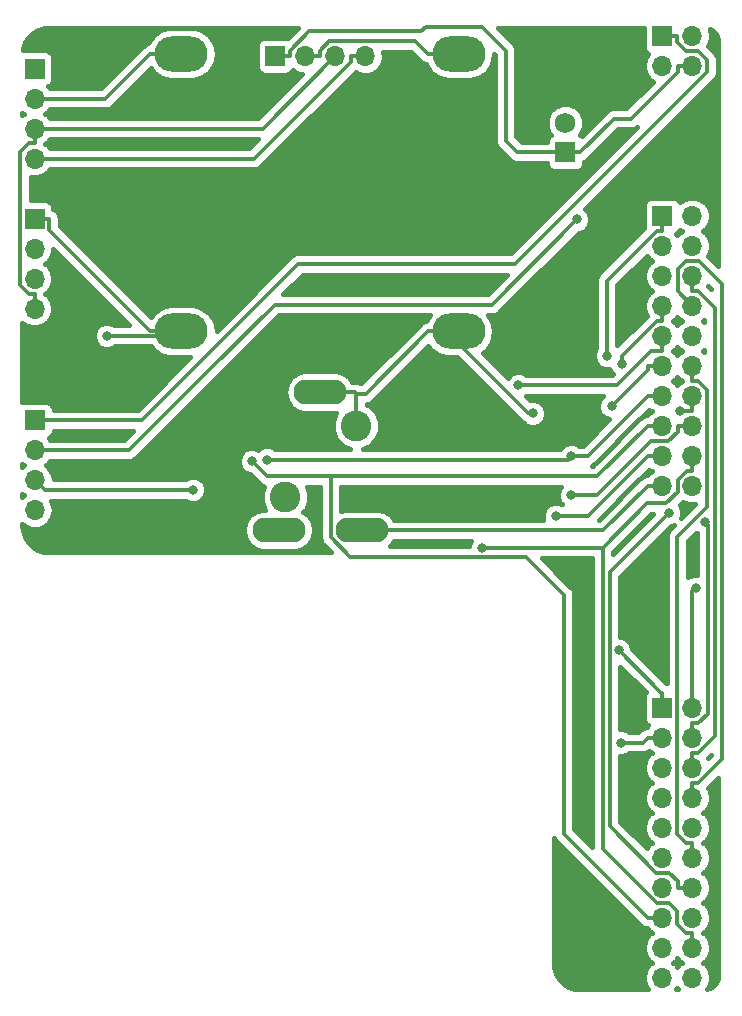
<source format=gbr>
G04 #@! TF.GenerationSoftware,KiCad,Pcbnew,(5.0.0)*
G04 #@! TF.CreationDate,2019-10-02T19:56:35-04:00*
G04 #@! TF.ProjectId,AVR_LCD 2.0,4156525F4C434420322E302E6B696361,rev?*
G04 #@! TF.SameCoordinates,Original*
G04 #@! TF.FileFunction,Copper,L2,Bot,Signal*
G04 #@! TF.FilePolarity,Positive*
%FSLAX46Y46*%
G04 Gerber Fmt 4.6, Leading zero omitted, Abs format (unit mm)*
G04 Created by KiCad (PCBNEW (5.0.0)) date 10/02/19 19:56:35*
%MOMM*%
%LPD*%
G01*
G04 APERTURE LIST*
G04 #@! TA.AperFunction,ComponentPad*
%ADD10O,1.700000X1.700000*%
G04 #@! TD*
G04 #@! TA.AperFunction,ComponentPad*
%ADD11R,1.700000X1.700000*%
G04 #@! TD*
G04 #@! TA.AperFunction,ComponentPad*
%ADD12C,1.750000*%
G04 #@! TD*
G04 #@! TA.AperFunction,ComponentPad*
%ADD13R,1.750000X1.750000*%
G04 #@! TD*
G04 #@! TA.AperFunction,ComponentPad*
%ADD14O,4.500000X3.000000*%
G04 #@! TD*
G04 #@! TA.AperFunction,ComponentPad*
%ADD15C,2.600000*%
G04 #@! TD*
G04 #@! TA.AperFunction,ComponentPad*
%ADD16O,4.500000X2.100000*%
G04 #@! TD*
G04 #@! TA.AperFunction,ViaPad*
%ADD17C,0.800000*%
G04 #@! TD*
G04 #@! TA.AperFunction,Conductor*
%ADD18C,0.380000*%
G04 #@! TD*
G04 #@! TA.AperFunction,NonConductor*
%ADD19C,0.400000*%
G04 #@! TD*
G04 APERTURE END LIST*
D10*
G04 #@! TO.P,BreakOut_EXT1,20*
G04 #@! TO.N,VCC*
X113840000Y-134810000D03*
G04 #@! TO.P,BreakOut_EXT1,19*
G04 #@! TO.N,GND*
X111300000Y-134810000D03*
G04 #@! TO.P,BreakOut_EXT1,18*
G04 #@! TO.N,PB7*
X113840000Y-132270000D03*
G04 #@! TO.P,BreakOut_EXT1,17*
G04 #@! TO.N,PB6*
X111300000Y-132270000D03*
G04 #@! TO.P,BreakOut_EXT1,16*
G04 #@! TO.N,PB5*
X113840000Y-129730000D03*
G04 #@! TO.P,BreakOut_EXT1,15*
G04 #@! TO.N,PB4*
X111300000Y-129730000D03*
G04 #@! TO.P,BreakOut_EXT1,14*
G04 #@! TO.N,Net-(BreakOut_EXT1-Pad14)*
X113840000Y-127190000D03*
G04 #@! TO.P,BreakOut_EXT1,13*
G04 #@! TO.N,PD0*
X111300000Y-127190000D03*
G04 #@! TO.P,BreakOut_EXT1,12*
G04 #@! TO.N,Net-(BreakOut_EXT1-Pad12)*
X113840000Y-124650000D03*
G04 #@! TO.P,BreakOut_EXT1,11*
G04 #@! TO.N,Net-(BreakOut_EXT1-Pad11)*
X111300000Y-124650000D03*
G04 #@! TO.P,BreakOut_EXT1,10*
G04 #@! TO.N,PC0*
X113840000Y-122110000D03*
G04 #@! TO.P,BreakOut_EXT1,9*
G04 #@! TO.N,PC1*
X111300000Y-122110000D03*
G04 #@! TO.P,BreakOut_EXT1,8*
G04 #@! TO.N,Net-(BreakOut_EXT1-Pad8)*
X113840000Y-119570000D03*
G04 #@! TO.P,BreakOut_EXT1,7*
G04 #@! TO.N,Net-(BreakOut_EXT1-Pad7)*
X111300000Y-119570000D03*
G04 #@! TO.P,BreakOut_EXT1,6*
G04 #@! TO.N,Net-(BreakOut_EXT1-Pad6)*
X113840000Y-117030000D03*
G04 #@! TO.P,BreakOut_EXT1,5*
G04 #@! TO.N,Net-(BreakOut_EXT1-Pad5)*
X111300000Y-117030000D03*
G04 #@! TO.P,BreakOut_EXT1,4*
G04 #@! TO.N,Net-(BreakOut_EXT1-Pad4)*
X113840000Y-114490000D03*
G04 #@! TO.P,BreakOut_EXT1,3*
G04 #@! TO.N,Net-(BreakOut_EXT1-Pad3)*
X111300000Y-114490000D03*
G04 #@! TO.P,BreakOut_EXT1,2*
G04 #@! TO.N,Net-(BreakOut_EXT1-Pad2)*
X113840000Y-111950000D03*
D11*
G04 #@! TO.P,BreakOut_EXT1,1*
G04 #@! TO.N,Net-(BreakOut_EXT1-Pad1)*
X111300000Y-111950000D03*
G04 #@! TD*
D10*
G04 #@! TO.P,J1,4*
G04 #@! TO.N,GND*
X58194800Y-95248800D03*
G04 #@! TO.P,J1,3*
G04 #@! TO.N,VCC*
X58194800Y-92708800D03*
G04 #@! TO.P,J1,2*
G04 #@! TO.N,5V*
X58194800Y-90168800D03*
D11*
G04 #@! TO.P,J1,1*
G04 #@! TO.N,5V_IN*
X58194800Y-87628800D03*
G04 #@! TD*
D10*
G04 #@! TO.P,J2,4*
G04 #@! TO.N,PC1*
X58160000Y-65480000D03*
G04 #@! TO.P,J2,3*
G04 #@! TO.N,PC0*
X58160000Y-62940000D03*
G04 #@! TO.P,J2,2*
G04 #@! TO.N,GND*
X58160000Y-60400000D03*
D11*
G04 #@! TO.P,J2,1*
G04 #@! TO.N,VCC*
X58160000Y-57860000D03*
G04 #@! TD*
D10*
G04 #@! TO.P,J3,4*
G04 #@! TO.N,VCC*
X113840000Y-57650000D03*
G04 #@! TO.P,J3,3*
G04 #@! TO.N,5V*
X111300000Y-57650000D03*
G04 #@! TO.P,J3,2*
G04 #@! TO.N,GND*
X113840000Y-55110000D03*
D11*
G04 #@! TO.P,J3,1*
G04 #@! TO.N,5V_IN*
X111300000Y-55110000D03*
G04 #@! TD*
G04 #@! TO.P,J4,1*
G04 #@! TO.N,GND*
X58160000Y-70560000D03*
D10*
G04 #@! TO.P,J4,2*
G04 #@! TO.N,VCC*
X58160000Y-73100000D03*
G04 #@! TO.P,J4,3*
G04 #@! TO.N,PC1*
X58160000Y-75640000D03*
G04 #@! TO.P,J4,4*
G04 #@! TO.N,PC0*
X58160000Y-78180000D03*
G04 #@! TD*
D12*
G04 #@! TO.P,J5,2*
G04 #@! TO.N,GND*
X103090000Y-62450000D03*
D13*
G04 #@! TO.P,J5,1*
G04 #@! TO.N,VCC*
X103090000Y-64950000D03*
G04 #@! TD*
D10*
G04 #@! TO.P,U2,4*
G04 #@! TO.N,PC1*
X86160000Y-56800000D03*
G04 #@! TO.P,U2,3*
G04 #@! TO.N,PC0*
X83620000Y-56800000D03*
G04 #@! TO.P,U2,2*
G04 #@! TO.N,GND*
X81080000Y-56800000D03*
D11*
G04 #@! TO.P,U2,1*
G04 #@! TO.N,VCC*
X78540000Y-56800000D03*
D14*
G04 #@! TO.P,U2,5*
G04 #@! TO.N,GND*
X94090000Y-56600000D03*
X70590000Y-56600000D03*
X94090000Y-80100000D03*
X70590000Y-80100000D03*
G04 #@! TD*
D15*
G04 #@! TO.P,U5,7*
G04 #@! TO.N,GND*
X85390000Y-88100000D03*
X79390000Y-94100000D03*
D16*
X82340000Y-85250000D03*
X85890000Y-96950000D03*
X78840000Y-96950000D03*
G04 #@! TD*
D11*
G04 #@! TO.P,X-Plained_EXT1,1*
G04 #@! TO.N,Net-(BreakOut_EXT1-Pad1)*
X111300000Y-70340000D03*
D10*
G04 #@! TO.P,X-Plained_EXT1,2*
G04 #@! TO.N,Net-(BreakOut_EXT1-Pad2)*
X113840000Y-70340000D03*
G04 #@! TO.P,X-Plained_EXT1,3*
G04 #@! TO.N,Net-(BreakOut_EXT1-Pad3)*
X111300000Y-72880000D03*
G04 #@! TO.P,X-Plained_EXT1,4*
G04 #@! TO.N,Net-(BreakOut_EXT1-Pad4)*
X113840000Y-72880000D03*
G04 #@! TO.P,X-Plained_EXT1,5*
G04 #@! TO.N,Net-(BreakOut_EXT1-Pad5)*
X111300000Y-75420000D03*
G04 #@! TO.P,X-Plained_EXT1,6*
G04 #@! TO.N,Net-(BreakOut_EXT1-Pad6)*
X113840000Y-75420000D03*
G04 #@! TO.P,X-Plained_EXT1,7*
G04 #@! TO.N,Net-(BreakOut_EXT1-Pad7)*
X111300000Y-77960000D03*
G04 #@! TO.P,X-Plained_EXT1,8*
G04 #@! TO.N,Net-(BreakOut_EXT1-Pad8)*
X113840000Y-77960000D03*
G04 #@! TO.P,X-Plained_EXT1,9*
G04 #@! TO.N,PC1*
X111300000Y-80500000D03*
G04 #@! TO.P,X-Plained_EXT1,10*
G04 #@! TO.N,PC0*
X113840000Y-80500000D03*
G04 #@! TO.P,X-Plained_EXT1,11*
G04 #@! TO.N,Net-(BreakOut_EXT1-Pad11)*
X111300000Y-83040000D03*
G04 #@! TO.P,X-Plained_EXT1,12*
G04 #@! TO.N,Net-(BreakOut_EXT1-Pad12)*
X113840000Y-83040000D03*
G04 #@! TO.P,X-Plained_EXT1,13*
G04 #@! TO.N,PD0*
X111300000Y-85580000D03*
G04 #@! TO.P,X-Plained_EXT1,14*
G04 #@! TO.N,Net-(BreakOut_EXT1-Pad14)*
X113840000Y-85580000D03*
G04 #@! TO.P,X-Plained_EXT1,15*
G04 #@! TO.N,PB4*
X111300000Y-88120000D03*
G04 #@! TO.P,X-Plained_EXT1,16*
G04 #@! TO.N,PB5*
X113840000Y-88120000D03*
G04 #@! TO.P,X-Plained_EXT1,17*
G04 #@! TO.N,PB6*
X111300000Y-90660000D03*
G04 #@! TO.P,X-Plained_EXT1,18*
G04 #@! TO.N,PB7*
X113840000Y-90660000D03*
G04 #@! TO.P,X-Plained_EXT1,19*
G04 #@! TO.N,GND*
X111300000Y-93200000D03*
G04 #@! TO.P,X-Plained_EXT1,20*
G04 #@! TO.N,VCC*
X113840000Y-93200000D03*
G04 #@! TD*
D17*
G04 #@! TO.N,VCC*
X71571200Y-93521600D03*
G04 #@! TO.N,GND*
X100317000Y-87048500D03*
X64256000Y-80466000D03*
G04 #@! TO.N,PB7*
X96074900Y-98407200D03*
G04 #@! TO.N,PB6*
X102277700Y-95702800D03*
G04 #@! TO.N,PB5*
X103606600Y-93974900D03*
G04 #@! TO.N,PB4*
X76549800Y-91103000D03*
G04 #@! TO.N,Net-(BreakOut_EXT1-Pad14)*
X111891000Y-95447500D03*
X112834000Y-86850000D03*
G04 #@! TO.N,PD0*
X77838100Y-90951400D03*
X103599900Y-90668700D03*
G04 #@! TO.N,Net-(BreakOut_EXT1-Pad11)*
X107002500Y-86443200D03*
G04 #@! TO.N,PC1*
X99115100Y-84679700D03*
G04 #@! TO.N,Net-(BreakOut_EXT1-Pad7)*
X107868500Y-82903400D03*
G04 #@! TO.N,Net-(BreakOut_EXT1-Pad4)*
X114886600Y-96281600D03*
G04 #@! TO.N,Net-(BreakOut_EXT1-Pad3)*
X107788400Y-114909000D03*
G04 #@! TO.N,Net-(BreakOut_EXT1-Pad2)*
X114129900Y-101813900D03*
G04 #@! TO.N,Net-(BreakOut_EXT1-Pad1)*
X107628700Y-107119400D03*
X106606600Y-82150500D03*
G04 #@! TO.N,5V*
X104097500Y-70623700D03*
G04 #@! TD*
D18*
G04 #@! TO.N,VCC*
X113840000Y-57650000D02*
X112599700Y-57650000D01*
X79780300Y-56800000D02*
X79780300Y-56334900D01*
X79780300Y-56334900D02*
X81415800Y-54699400D01*
X112599700Y-57650000D02*
X112599700Y-58115100D01*
X112599700Y-58115100D02*
X108628700Y-62086100D01*
X78540000Y-56800000D02*
X79780300Y-56800000D01*
X59007600Y-93521600D02*
X58194800Y-92708800D01*
X71571200Y-93521600D02*
X59007600Y-93521600D01*
X107208900Y-62086100D02*
X108628700Y-62086100D01*
X104345000Y-64950000D02*
X107208900Y-62086100D01*
X103090000Y-64950000D02*
X104345000Y-64950000D01*
X90911600Y-54699400D02*
X90354500Y-54699400D01*
X96006000Y-54304000D02*
X91307000Y-54304000D01*
X81415800Y-54699400D02*
X90354500Y-54699400D01*
X99017123Y-64950000D02*
X98038000Y-63970877D01*
X91307000Y-54304000D02*
X90911600Y-54699400D01*
X98038000Y-63970877D02*
X98038000Y-56336000D01*
X103090000Y-64950000D02*
X99017123Y-64950000D01*
X98038000Y-56336000D02*
X96006000Y-54304000D01*
G04 #@! TO.N,GND*
X103090000Y-62086100D02*
X103090000Y-62450000D01*
X58160000Y-70560000D02*
X59400300Y-70560000D01*
X70590000Y-80100000D02*
X67949700Y-80100000D01*
X67949700Y-80100000D02*
X59400300Y-71550600D01*
X59400300Y-71550600D02*
X59400300Y-70560000D01*
X93015500Y-80100000D02*
X99964000Y-87048500D01*
X99964000Y-87048500D02*
X100317000Y-87048500D01*
X94090000Y-80100000D02*
X93015500Y-80100000D01*
X92769900Y-80100000D02*
X91449700Y-80100000D01*
X92769900Y-80100000D02*
X93015500Y-80100000D01*
X88530300Y-96950000D02*
X106309700Y-96950000D01*
X106309700Y-96950000D02*
X110059700Y-93200000D01*
X85390000Y-85376200D02*
X86173500Y-85376200D01*
X86173500Y-85376200D02*
X91449700Y-80100000D01*
X84822400Y-85250000D02*
X85263800Y-85250000D01*
X85263800Y-85250000D02*
X85390000Y-85376200D01*
X85390000Y-85376200D02*
X85390000Y-88100000D01*
X82340000Y-85250000D02*
X84822400Y-85250000D01*
X70590000Y-56600000D02*
X67949700Y-56600000D01*
X58160000Y-60400000D02*
X64149700Y-60400000D01*
X64149700Y-60400000D02*
X67949700Y-56600000D01*
X94090000Y-56600000D02*
X91449700Y-56600000D01*
X81080000Y-56800000D02*
X82320300Y-56800000D01*
X82320300Y-56800000D02*
X82320300Y-56334900D01*
X82320300Y-56334900D02*
X83102600Y-55552600D01*
X83102600Y-55552600D02*
X90402300Y-55552600D01*
X90402300Y-55552600D02*
X91449700Y-56600000D01*
X85890000Y-96950000D02*
X88530300Y-96950000D01*
X111300000Y-93200000D02*
X110059700Y-93200000D01*
X70224000Y-80466000D02*
X70590000Y-80100000D01*
X64256000Y-80466000D02*
X70224000Y-80466000D01*
G04 #@! TO.N,PB7*
X106243600Y-98407200D02*
X96074900Y-98407200D01*
X113840000Y-91900300D02*
X113374800Y-91900300D01*
X113374800Y-91900300D02*
X112599700Y-92675400D01*
X112599700Y-92675400D02*
X112599700Y-93679400D01*
X112599700Y-93679400D02*
X111621900Y-94657200D01*
X111621900Y-94657200D02*
X109993600Y-94657200D01*
X109993600Y-94657200D02*
X106243600Y-98407200D01*
X106243600Y-98407200D02*
X106243600Y-123890500D01*
X106243600Y-123890500D02*
X110842700Y-128489600D01*
X110842700Y-128489600D02*
X111890200Y-128489600D01*
X111890200Y-128489600D02*
X112570000Y-129169400D01*
X112570000Y-129169400D02*
X112570000Y-130273700D01*
X112570000Y-130273700D02*
X113326000Y-131029700D01*
X113326000Y-131029700D02*
X113840000Y-131029700D01*
X113840000Y-132270000D02*
X113840000Y-131029700D01*
X113840000Y-90660000D02*
X113840000Y-91900300D01*
G04 #@! TO.N,PB6*
X111300000Y-90660000D02*
X110059700Y-90660000D01*
X110059700Y-90660000D02*
X105016900Y-95702800D01*
X105016900Y-95702800D02*
X102277700Y-95702800D01*
G04 #@! TO.N,PB5*
X113840000Y-88120000D02*
X112599700Y-88120000D01*
X112599700Y-88120000D02*
X112599700Y-88585200D01*
X112599700Y-88585200D02*
X111824600Y-89360300D01*
X111824600Y-89360300D02*
X110379700Y-89360300D01*
X110379700Y-89360300D02*
X105765100Y-93974900D01*
X105765100Y-93974900D02*
X103606600Y-93974900D01*
G04 #@! TO.N,PB4*
X83228600Y-92371400D02*
X77818200Y-92371400D01*
X77818200Y-92371400D02*
X76549800Y-91103000D01*
X110059700Y-88120000D02*
X105808300Y-92371400D01*
X105808300Y-92371400D02*
X83228600Y-92371400D01*
X83228600Y-92371400D02*
X83228600Y-97526800D01*
X83228600Y-97526800D02*
X84901400Y-99199600D01*
X84901400Y-99199600D02*
X99728700Y-99199600D01*
X99728700Y-99199600D02*
X102945400Y-102416300D01*
X102945400Y-102416300D02*
X102945400Y-122615700D01*
X102945400Y-122615700D02*
X110059700Y-129730000D01*
X111300000Y-129730000D02*
X110059700Y-129730000D01*
X111300000Y-88120000D02*
X110059700Y-88120000D01*
G04 #@! TO.N,Net-(BreakOut_EXT1-Pad14)*
X111891000Y-95447500D02*
X106838400Y-100500100D01*
X106838400Y-100500100D02*
X106838400Y-121980000D01*
X106838400Y-121980000D02*
X110778400Y-125920000D01*
X110778400Y-125920000D02*
X111843700Y-125920000D01*
X111843700Y-125920000D02*
X112599700Y-126676000D01*
X112599700Y-126676000D02*
X112599700Y-127190000D01*
X113840000Y-85580000D02*
X113840000Y-86820300D01*
X113840000Y-127190000D02*
X112599700Y-127190000D01*
X113840000Y-86820300D02*
X112863700Y-86820300D01*
X112863700Y-86820300D02*
X112834000Y-86850000D01*
G04 #@! TO.N,PD0*
X103599900Y-90668700D02*
X103317200Y-90951400D01*
X103317200Y-90951400D02*
X77838100Y-90951400D01*
X110059700Y-85580000D02*
X104971000Y-90668700D01*
X104971000Y-90668700D02*
X103599900Y-90668700D01*
X111300000Y-85580000D02*
X110059700Y-85580000D01*
G04 #@! TO.N,Net-(BreakOut_EXT1-Pad12)*
X113840000Y-124650000D02*
X113840000Y-123409700D01*
X113840000Y-83040000D02*
X113840000Y-84280300D01*
X113840000Y-84280300D02*
X114305100Y-84280300D01*
X114305100Y-84280300D02*
X115100700Y-85075900D01*
X115100700Y-85075900D02*
X115100700Y-94949700D01*
X115100700Y-94949700D02*
X112570000Y-97480400D01*
X112570000Y-97480400D02*
X112570000Y-122653700D01*
X112570000Y-122653700D02*
X113326000Y-123409700D01*
X113326000Y-123409700D02*
X113840000Y-123409700D01*
G04 #@! TO.N,Net-(BreakOut_EXT1-Pad11)*
X111300000Y-83040000D02*
X110059700Y-83040000D01*
X110059700Y-83040000D02*
X110059700Y-83386000D01*
X110059700Y-83386000D02*
X107002500Y-86443200D01*
G04 #@! TO.N,PC0*
X58160000Y-62940000D02*
X58160000Y-64180300D01*
X58160000Y-78180000D02*
X58160000Y-76939700D01*
X58160000Y-76939700D02*
X57694900Y-76939700D01*
X57694900Y-76939700D02*
X56912600Y-76157400D01*
X56912600Y-76157400D02*
X56912600Y-64913700D01*
X56912600Y-64913700D02*
X57646000Y-64180300D01*
X57646000Y-64180300D02*
X58160000Y-64180300D01*
X83620000Y-56800000D02*
X77480000Y-62940000D01*
X77480000Y-62940000D02*
X58160000Y-62940000D01*
G04 #@! TO.N,PC1*
X111300000Y-80500000D02*
X111300000Y-81740300D01*
X111300000Y-81740300D02*
X110377900Y-81740300D01*
X110377900Y-81740300D02*
X107438500Y-84679700D01*
X107438500Y-84679700D02*
X99115100Y-84679700D01*
X86160000Y-56800000D02*
X84919700Y-56800000D01*
X84919700Y-56800000D02*
X84919700Y-57265100D01*
X84919700Y-57265100D02*
X76704800Y-65480000D01*
X76704800Y-65480000D02*
X58160000Y-65480000D01*
G04 #@! TO.N,Net-(BreakOut_EXT1-Pad8)*
X113840000Y-77960000D02*
X112599600Y-76719600D01*
X112599600Y-76719600D02*
X112599600Y-74829800D01*
X112599600Y-74829800D02*
X113279400Y-74150000D01*
X113279400Y-74150000D02*
X114385400Y-74150000D01*
X114385400Y-74150000D02*
X116354600Y-76119200D01*
X116354600Y-76119200D02*
X116354600Y-116329100D01*
X116354600Y-116329100D02*
X114354000Y-118329700D01*
X114354000Y-118329700D02*
X113840000Y-118329700D01*
X113840000Y-119570000D02*
X113840000Y-118329700D01*
G04 #@! TO.N,Net-(BreakOut_EXT1-Pad7)*
X111300000Y-77960000D02*
X111300000Y-79200300D01*
X111300000Y-79200300D02*
X110834900Y-79200300D01*
X110834900Y-79200300D02*
X107868500Y-82166700D01*
X107868500Y-82166700D02*
X107868500Y-82903400D01*
G04 #@! TO.N,Net-(BreakOut_EXT1-Pad6)*
X113840000Y-117030000D02*
X113840000Y-115789700D01*
X113840000Y-75420000D02*
X113840000Y-76660300D01*
X113840000Y-76660300D02*
X114305100Y-76660300D01*
X114305100Y-76660300D02*
X115758800Y-78114000D01*
X115758800Y-78114000D02*
X115758800Y-114384900D01*
X115758800Y-114384900D02*
X114354000Y-115789700D01*
X114354000Y-115789700D02*
X113840000Y-115789700D01*
G04 #@! TO.N,Net-(BreakOut_EXT1-Pad4)*
X114886600Y-96281600D02*
X115139600Y-96534600D01*
X115139600Y-96534600D02*
X115139600Y-112464100D01*
X115139600Y-112464100D02*
X114354000Y-113249700D01*
X114354000Y-113249700D02*
X113840000Y-113249700D01*
X113840000Y-114490000D02*
X113840000Y-113249700D01*
G04 #@! TO.N,Net-(BreakOut_EXT1-Pad3)*
X111300000Y-114490000D02*
X110059700Y-114490000D01*
X107788400Y-114909000D02*
X109640700Y-114909000D01*
X109640700Y-114909000D02*
X110059700Y-114490000D01*
G04 #@! TO.N,Net-(BreakOut_EXT1-Pad2)*
X114129900Y-101813900D02*
X113840000Y-102103800D01*
X113840000Y-102103800D02*
X113840000Y-111950000D01*
G04 #@! TO.N,Net-(BreakOut_EXT1-Pad1)*
X111300000Y-70340000D02*
X111300000Y-71580300D01*
X111300000Y-111950000D02*
X111300000Y-110709700D01*
X107628700Y-107119400D02*
X111219000Y-110709700D01*
X111219000Y-110709700D02*
X111300000Y-110709700D01*
X111300000Y-71580300D02*
X110834900Y-71580300D01*
X110834900Y-71580300D02*
X106606600Y-75808600D01*
X106606600Y-75808600D02*
X106606600Y-82150500D01*
G04 #@! TO.N,5V*
X104097500Y-70623700D02*
X96895300Y-77825900D01*
X96895300Y-77825900D02*
X78478500Y-77825900D01*
X66135600Y-90168800D02*
X72892000Y-83412400D01*
X58194800Y-90168800D02*
X66135600Y-90168800D01*
X78478500Y-77825900D02*
X72892000Y-83412400D01*
X72892000Y-83412400D02*
X72688800Y-83615600D01*
G04 #@! TO.N,5V_IN*
X80492900Y-74389100D02*
X67253200Y-87628800D01*
X98857000Y-74389100D02*
X80492900Y-74389100D01*
X112540300Y-55110000D02*
X112540300Y-55575200D01*
X67253200Y-87628800D02*
X58194800Y-87628800D01*
X112540300Y-55575200D02*
X113315400Y-56350300D01*
X115094900Y-58151200D02*
X98857000Y-74389100D01*
X111300000Y-55110000D02*
X112540300Y-55110000D01*
X113315400Y-56350300D02*
X114303600Y-56350300D01*
X114303600Y-56350300D02*
X115094900Y-57141600D01*
X115094900Y-57141600D02*
X115094900Y-58151200D01*
G04 #@! TD*
D19*
G36*
X112639066Y-135817000D02*
X112500934Y-135817000D01*
X112570000Y-135713636D01*
X112639066Y-135817000D01*
X112639066Y-135817000D01*
G37*
X112639066Y-135817000D02*
X112500934Y-135817000D01*
X112570000Y-135713636D01*
X112639066Y-135817000D01*
G36*
X102247881Y-123188144D02*
X102247883Y-123188146D01*
X102297980Y-123263121D01*
X102372955Y-123313218D01*
X109362182Y-130302446D01*
X109412279Y-130377421D01*
X109487254Y-130427518D01*
X109487255Y-130427519D01*
X109531758Y-130457255D01*
X109709318Y-130575897D01*
X109971259Y-130628000D01*
X109971262Y-130628000D01*
X110034660Y-130640610D01*
X110176745Y-130853255D01*
X110396364Y-131000000D01*
X110176745Y-131146745D01*
X109832396Y-131662099D01*
X109711477Y-132270000D01*
X109832396Y-132877901D01*
X110176745Y-133393255D01*
X110396364Y-133540000D01*
X110176745Y-133686745D01*
X109832396Y-134202099D01*
X109711477Y-134810000D01*
X109832396Y-135417901D01*
X110099066Y-135817000D01*
X104385489Y-135817000D01*
X103831202Y-135752377D01*
X103349693Y-135577597D01*
X102921307Y-135296735D01*
X102569027Y-134924860D01*
X102311740Y-134481909D01*
X102160151Y-133981400D01*
X102123000Y-133565131D01*
X102123000Y-123001246D01*
X102247881Y-123188144D01*
X102247881Y-123188144D01*
G37*
X102247881Y-123188144D02*
X102247883Y-123188146D01*
X102297980Y-123263121D01*
X102372955Y-123313218D01*
X109362182Y-130302446D01*
X109412279Y-130377421D01*
X109487254Y-130427518D01*
X109487255Y-130427519D01*
X109531758Y-130457255D01*
X109709318Y-130575897D01*
X109971259Y-130628000D01*
X109971262Y-130628000D01*
X110034660Y-130640610D01*
X110176745Y-130853255D01*
X110396364Y-131000000D01*
X110176745Y-131146745D01*
X109832396Y-131662099D01*
X109711477Y-132270000D01*
X109832396Y-132877901D01*
X110176745Y-133393255D01*
X110396364Y-133540000D01*
X110176745Y-133686745D01*
X109832396Y-134202099D01*
X109711477Y-134810000D01*
X109832396Y-135417901D01*
X110099066Y-135817000D01*
X104385489Y-135817000D01*
X103831202Y-135752377D01*
X103349693Y-135577597D01*
X102921307Y-135296735D01*
X102569027Y-134924860D01*
X102311740Y-134481909D01*
X102160151Y-133981400D01*
X102123000Y-133565131D01*
X102123000Y-123001246D01*
X102247881Y-123188144D01*
G36*
X116057000Y-134544217D02*
X116000416Y-134939330D01*
X115858535Y-135251379D01*
X115634773Y-135511068D01*
X115347122Y-135697513D01*
X115064246Y-135782111D01*
X115307604Y-135417901D01*
X115428523Y-134810000D01*
X115307604Y-134202099D01*
X114963255Y-133686745D01*
X114743636Y-133540000D01*
X114963255Y-133393255D01*
X115307604Y-132877901D01*
X115428523Y-132270000D01*
X115307604Y-131662099D01*
X114963255Y-131146745D01*
X114750611Y-131004661D01*
X114748975Y-130996433D01*
X114963255Y-130853255D01*
X115307604Y-130337901D01*
X115428523Y-129730000D01*
X115307604Y-129122099D01*
X114963255Y-128606745D01*
X114743636Y-128460000D01*
X114963255Y-128313255D01*
X115307604Y-127797901D01*
X115428523Y-127190000D01*
X115307604Y-126582099D01*
X114963255Y-126066745D01*
X114743636Y-125920000D01*
X114963255Y-125773255D01*
X115307604Y-125257901D01*
X115428523Y-124650000D01*
X115307604Y-124042099D01*
X114963255Y-123526745D01*
X114750611Y-123384661D01*
X114748975Y-123376433D01*
X114963255Y-123233255D01*
X115307604Y-122717901D01*
X115428523Y-122110000D01*
X115307604Y-121502099D01*
X114963255Y-120986745D01*
X114743636Y-120840000D01*
X114963255Y-120693255D01*
X115307604Y-120177901D01*
X115428523Y-119570000D01*
X115307604Y-118962099D01*
X115181016Y-118772647D01*
X116057000Y-117896663D01*
X116057000Y-134544217D01*
X116057000Y-134544217D01*
G37*
X116057000Y-134544217D02*
X116000416Y-134939330D01*
X115858535Y-135251379D01*
X115634773Y-135511068D01*
X115347122Y-135697513D01*
X115064246Y-135782111D01*
X115307604Y-135417901D01*
X115428523Y-134810000D01*
X115307604Y-134202099D01*
X114963255Y-133686745D01*
X114743636Y-133540000D01*
X114963255Y-133393255D01*
X115307604Y-132877901D01*
X115428523Y-132270000D01*
X115307604Y-131662099D01*
X114963255Y-131146745D01*
X114750611Y-131004661D01*
X114748975Y-130996433D01*
X114963255Y-130853255D01*
X115307604Y-130337901D01*
X115428523Y-129730000D01*
X115307604Y-129122099D01*
X114963255Y-128606745D01*
X114743636Y-128460000D01*
X114963255Y-128313255D01*
X115307604Y-127797901D01*
X115428523Y-127190000D01*
X115307604Y-126582099D01*
X114963255Y-126066745D01*
X114743636Y-125920000D01*
X114963255Y-125773255D01*
X115307604Y-125257901D01*
X115428523Y-124650000D01*
X115307604Y-124042099D01*
X114963255Y-123526745D01*
X114750611Y-123384661D01*
X114748975Y-123376433D01*
X114963255Y-123233255D01*
X115307604Y-122717901D01*
X115428523Y-122110000D01*
X115307604Y-121502099D01*
X114963255Y-120986745D01*
X114743636Y-120840000D01*
X114963255Y-120693255D01*
X115307604Y-120177901D01*
X115428523Y-119570000D01*
X115307604Y-118962099D01*
X115181016Y-118772647D01*
X116057000Y-117896663D01*
X116057000Y-134544217D01*
G36*
X112716745Y-133393255D02*
X112936364Y-133540000D01*
X112716745Y-133686745D01*
X112570000Y-133906364D01*
X112423255Y-133686745D01*
X112203636Y-133540000D01*
X112423255Y-133393255D01*
X112570000Y-133173636D01*
X112716745Y-133393255D01*
X112716745Y-133393255D01*
G37*
X112716745Y-133393255D02*
X112936364Y-133540000D01*
X112716745Y-133686745D01*
X112570000Y-133906364D01*
X112423255Y-133686745D01*
X112203636Y-133540000D01*
X112423255Y-133393255D01*
X112570000Y-133173636D01*
X112716745Y-133393255D01*
G36*
X110396364Y-115760000D02*
X110176745Y-115906745D01*
X109832396Y-116422099D01*
X109711477Y-117030000D01*
X109832396Y-117637901D01*
X110176745Y-118153255D01*
X110396364Y-118300000D01*
X110176745Y-118446745D01*
X109832396Y-118962099D01*
X109711477Y-119570000D01*
X109832396Y-120177901D01*
X110176745Y-120693255D01*
X110396364Y-120840000D01*
X110176745Y-120986745D01*
X109832396Y-121502099D01*
X109711477Y-122110000D01*
X109832396Y-122717901D01*
X110176745Y-123233255D01*
X110396364Y-123380000D01*
X110176745Y-123526745D01*
X109967806Y-123839443D01*
X107736400Y-121608037D01*
X107736400Y-116017000D01*
X108008795Y-116017000D01*
X108416032Y-115848317D01*
X108457349Y-115807000D01*
X109552264Y-115807000D01*
X109640700Y-115824591D01*
X109729136Y-115807000D01*
X109729141Y-115807000D01*
X109991082Y-115754897D01*
X110189904Y-115622048D01*
X110396364Y-115760000D01*
X110396364Y-115760000D01*
G37*
X110396364Y-115760000D02*
X110176745Y-115906745D01*
X109832396Y-116422099D01*
X109711477Y-117030000D01*
X109832396Y-117637901D01*
X110176745Y-118153255D01*
X110396364Y-118300000D01*
X110176745Y-118446745D01*
X109832396Y-118962099D01*
X109711477Y-119570000D01*
X109832396Y-120177901D01*
X110176745Y-120693255D01*
X110396364Y-120840000D01*
X110176745Y-120986745D01*
X109832396Y-121502099D01*
X109711477Y-122110000D01*
X109832396Y-122717901D01*
X110176745Y-123233255D01*
X110396364Y-123380000D01*
X110176745Y-123526745D01*
X109967806Y-123839443D01*
X107736400Y-121608037D01*
X107736400Y-116017000D01*
X108008795Y-116017000D01*
X108416032Y-115848317D01*
X108457349Y-115807000D01*
X109552264Y-115807000D01*
X109640700Y-115824591D01*
X109729136Y-115807000D01*
X109729141Y-115807000D01*
X109991082Y-115754897D01*
X110189904Y-115622048D01*
X110396364Y-115760000D01*
G36*
X105345601Y-123745938D02*
X103843400Y-122243737D01*
X103843400Y-102504738D01*
X103860991Y-102416300D01*
X103843400Y-102327860D01*
X103843400Y-102327859D01*
X103791297Y-102065918D01*
X103708657Y-101942239D01*
X103642919Y-101843855D01*
X103642918Y-101843854D01*
X103592821Y-101768879D01*
X103517847Y-101718783D01*
X101104263Y-99305200D01*
X105345600Y-99305200D01*
X105345601Y-123745938D01*
X105345601Y-123745938D01*
G37*
X105345601Y-123745938D02*
X103843400Y-122243737D01*
X103843400Y-102504738D01*
X103860991Y-102416300D01*
X103843400Y-102327860D01*
X103843400Y-102327859D01*
X103791297Y-102065918D01*
X103708657Y-101942239D01*
X103642919Y-101843855D01*
X103642918Y-101843854D01*
X103592821Y-101768879D01*
X103517847Y-101718783D01*
X101104263Y-99305200D01*
X105345600Y-99305200D01*
X105345601Y-123745938D01*
G36*
X115456601Y-115957135D02*
X115181045Y-116232691D01*
X115181016Y-116232647D01*
X115456601Y-115957062D01*
X115456601Y-115957135D01*
X115456601Y-115957135D01*
G37*
X115456601Y-115957135D02*
X115181045Y-116232691D01*
X115181016Y-116232647D01*
X115456601Y-115957062D01*
X115456601Y-115957135D01*
G36*
X109895235Y-110655899D02*
X109783079Y-110823752D01*
X109728130Y-111100000D01*
X109728130Y-112800000D01*
X109783079Y-113076248D01*
X109939561Y-113310439D01*
X110129546Y-113437383D01*
X110034660Y-113579389D01*
X109971263Y-113592000D01*
X109971259Y-113592000D01*
X109709318Y-113644103D01*
X109412279Y-113842579D01*
X109362179Y-113917559D01*
X109268738Y-114011000D01*
X108457349Y-114011000D01*
X108416032Y-113969683D01*
X108008795Y-113801000D01*
X107736400Y-113801000D01*
X107736400Y-108497063D01*
X109895235Y-110655899D01*
X109895235Y-110655899D01*
G37*
X109895235Y-110655899D02*
X109783079Y-110823752D01*
X109728130Y-111100000D01*
X109728130Y-112800000D01*
X109783079Y-113076248D01*
X109939561Y-113310439D01*
X110129546Y-113437383D01*
X110034660Y-113579389D01*
X109971263Y-113592000D01*
X109971259Y-113592000D01*
X109709318Y-113644103D01*
X109412279Y-113842579D01*
X109362179Y-113917559D01*
X109268738Y-114011000D01*
X108457349Y-114011000D01*
X108416032Y-113969683D01*
X108008795Y-113801000D01*
X107736400Y-113801000D01*
X107736400Y-108497063D01*
X109895235Y-110655899D01*
G36*
X111997557Y-96782880D02*
X111922579Y-96832979D01*
X111724103Y-97130019D01*
X111672000Y-97391960D01*
X111672000Y-97391964D01*
X111654409Y-97480400D01*
X111672000Y-97568836D01*
X111672000Y-109878248D01*
X111650382Y-109863803D01*
X111641251Y-109861987D01*
X108736700Y-106957437D01*
X108736700Y-106899005D01*
X108568017Y-106491768D01*
X108256332Y-106180083D01*
X107849095Y-106011400D01*
X107736400Y-106011400D01*
X107736400Y-100872063D01*
X112052963Y-96555500D01*
X112111395Y-96555500D01*
X112305223Y-96475214D01*
X111997557Y-96782880D01*
X111997557Y-96782880D01*
G37*
X111997557Y-96782880D02*
X111922579Y-96832979D01*
X111724103Y-97130019D01*
X111672000Y-97391960D01*
X111672000Y-97391964D01*
X111654409Y-97480400D01*
X111672000Y-97568836D01*
X111672000Y-109878248D01*
X111650382Y-109863803D01*
X111641251Y-109861987D01*
X108736700Y-106957437D01*
X108736700Y-106899005D01*
X108568017Y-106491768D01*
X108256332Y-106180083D01*
X107849095Y-106011400D01*
X107736400Y-106011400D01*
X107736400Y-100872063D01*
X112052963Y-96555500D01*
X112111395Y-96555500D01*
X112305223Y-96475214D01*
X111997557Y-96782880D01*
G36*
X114241600Y-97203549D02*
X114241600Y-100705900D01*
X113909505Y-100705900D01*
X113502268Y-100874583D01*
X113468000Y-100908851D01*
X113468000Y-97852363D01*
X114179207Y-97141156D01*
X114241600Y-97203549D01*
X114241600Y-97203549D01*
G37*
X114241600Y-97203549D02*
X114241600Y-100705900D01*
X113909505Y-100705900D01*
X113502268Y-100874583D01*
X113468000Y-100908851D01*
X113468000Y-97852363D01*
X114179207Y-97141156D01*
X114241600Y-97203549D01*
G36*
X107141600Y-98926937D02*
X107141600Y-98779163D01*
X110365564Y-95555200D01*
X110513337Y-95555200D01*
X107141600Y-98926937D01*
X107141600Y-98926937D01*
G37*
X107141600Y-98926937D02*
X107141600Y-98779163D01*
X110365564Y-95555200D01*
X110513337Y-95555200D01*
X107141600Y-98926937D01*
G36*
X91272718Y-79219612D02*
X91099318Y-79254103D01*
X90877255Y-79402481D01*
X90877254Y-79402482D01*
X90802279Y-79452579D01*
X90752182Y-79527554D01*
X85801537Y-84478200D01*
X85725076Y-84478200D01*
X85614182Y-84404103D01*
X85352241Y-84352000D01*
X85352236Y-84352000D01*
X85263800Y-84334409D01*
X85175364Y-84352000D01*
X85054304Y-84352000D01*
X84807447Y-83982553D01*
X84225937Y-83594000D01*
X83713147Y-83492000D01*
X80966853Y-83492000D01*
X80454063Y-83594000D01*
X79872553Y-83982553D01*
X79484000Y-84564063D01*
X79347559Y-85250000D01*
X79484000Y-85935937D01*
X79872553Y-86517447D01*
X80454063Y-86906000D01*
X80966853Y-87008000D01*
X83668878Y-87008000D01*
X83382000Y-87700584D01*
X83382000Y-88499416D01*
X83687700Y-89237441D01*
X84252559Y-89802300D01*
X84858768Y-90053400D01*
X78507049Y-90053400D01*
X78465732Y-90012083D01*
X78058495Y-89843400D01*
X77617705Y-89843400D01*
X77210468Y-90012083D01*
X77093595Y-90128956D01*
X76770195Y-89995000D01*
X76329405Y-89995000D01*
X75922168Y-90163683D01*
X75610483Y-90475368D01*
X75441800Y-90882605D01*
X75441800Y-91323395D01*
X75610483Y-91730632D01*
X75922168Y-92042317D01*
X76329405Y-92211000D01*
X76387837Y-92211000D01*
X77120680Y-92943843D01*
X77170779Y-93018821D01*
X77467818Y-93217297D01*
X77573479Y-93238314D01*
X77382000Y-93700584D01*
X77382000Y-94499416D01*
X77668878Y-95192000D01*
X77466853Y-95192000D01*
X76954063Y-95294000D01*
X76372553Y-95682553D01*
X75984000Y-96264063D01*
X75847559Y-96950000D01*
X75984000Y-97635937D01*
X76372553Y-98217447D01*
X76954063Y-98606000D01*
X77466853Y-98708000D01*
X80213147Y-98708000D01*
X80725937Y-98606000D01*
X81307447Y-98217447D01*
X81696000Y-97635937D01*
X81832441Y-96950000D01*
X81696000Y-96264063D01*
X81307447Y-95682553D01*
X80911651Y-95418090D01*
X81092300Y-95237441D01*
X81398000Y-94499416D01*
X81398000Y-93700584D01*
X81219398Y-93269400D01*
X82330600Y-93269400D01*
X82330601Y-97438359D01*
X82313009Y-97526800D01*
X82382704Y-97877182D01*
X82531081Y-98099244D01*
X82531083Y-98099246D01*
X82581180Y-98174221D01*
X82656155Y-98224318D01*
X83248837Y-98817000D01*
X59385489Y-98817000D01*
X58831202Y-98752377D01*
X58349693Y-98577597D01*
X57921307Y-98296735D01*
X57569027Y-97924860D01*
X57311740Y-97481909D01*
X57160151Y-96981400D01*
X57123000Y-96565131D01*
X57123000Y-96406436D01*
X57586899Y-96716404D01*
X58041350Y-96806800D01*
X58348250Y-96806800D01*
X58802701Y-96716404D01*
X59318055Y-96372055D01*
X59662404Y-95856701D01*
X59783323Y-95248800D01*
X59662404Y-94640899D01*
X59514537Y-94419600D01*
X70902251Y-94419600D01*
X70943568Y-94460917D01*
X71350805Y-94629600D01*
X71791595Y-94629600D01*
X72198832Y-94460917D01*
X72510517Y-94149232D01*
X72679200Y-93741995D01*
X72679200Y-93301205D01*
X72510517Y-92893968D01*
X72198832Y-92582283D01*
X71791595Y-92413600D01*
X71350805Y-92413600D01*
X70943568Y-92582283D01*
X70902251Y-92623600D01*
X59766376Y-92623600D01*
X59662404Y-92100899D01*
X59318055Y-91585545D01*
X59098436Y-91438800D01*
X59318055Y-91292055D01*
X59468566Y-91066800D01*
X66047164Y-91066800D01*
X66135600Y-91084391D01*
X66224036Y-91066800D01*
X66224041Y-91066800D01*
X66485982Y-91014697D01*
X66783021Y-90816221D01*
X66833120Y-90741243D01*
X73589519Y-83984845D01*
X73589521Y-83984842D01*
X78850464Y-78723900D01*
X91603942Y-78723900D01*
X91272718Y-79219612D01*
X91272718Y-79219612D01*
G37*
X91272718Y-79219612D02*
X91099318Y-79254103D01*
X90877255Y-79402481D01*
X90877254Y-79402482D01*
X90802279Y-79452579D01*
X90752182Y-79527554D01*
X85801537Y-84478200D01*
X85725076Y-84478200D01*
X85614182Y-84404103D01*
X85352241Y-84352000D01*
X85352236Y-84352000D01*
X85263800Y-84334409D01*
X85175364Y-84352000D01*
X85054304Y-84352000D01*
X84807447Y-83982553D01*
X84225937Y-83594000D01*
X83713147Y-83492000D01*
X80966853Y-83492000D01*
X80454063Y-83594000D01*
X79872553Y-83982553D01*
X79484000Y-84564063D01*
X79347559Y-85250000D01*
X79484000Y-85935937D01*
X79872553Y-86517447D01*
X80454063Y-86906000D01*
X80966853Y-87008000D01*
X83668878Y-87008000D01*
X83382000Y-87700584D01*
X83382000Y-88499416D01*
X83687700Y-89237441D01*
X84252559Y-89802300D01*
X84858768Y-90053400D01*
X78507049Y-90053400D01*
X78465732Y-90012083D01*
X78058495Y-89843400D01*
X77617705Y-89843400D01*
X77210468Y-90012083D01*
X77093595Y-90128956D01*
X76770195Y-89995000D01*
X76329405Y-89995000D01*
X75922168Y-90163683D01*
X75610483Y-90475368D01*
X75441800Y-90882605D01*
X75441800Y-91323395D01*
X75610483Y-91730632D01*
X75922168Y-92042317D01*
X76329405Y-92211000D01*
X76387837Y-92211000D01*
X77120680Y-92943843D01*
X77170779Y-93018821D01*
X77467818Y-93217297D01*
X77573479Y-93238314D01*
X77382000Y-93700584D01*
X77382000Y-94499416D01*
X77668878Y-95192000D01*
X77466853Y-95192000D01*
X76954063Y-95294000D01*
X76372553Y-95682553D01*
X75984000Y-96264063D01*
X75847559Y-96950000D01*
X75984000Y-97635937D01*
X76372553Y-98217447D01*
X76954063Y-98606000D01*
X77466853Y-98708000D01*
X80213147Y-98708000D01*
X80725937Y-98606000D01*
X81307447Y-98217447D01*
X81696000Y-97635937D01*
X81832441Y-96950000D01*
X81696000Y-96264063D01*
X81307447Y-95682553D01*
X80911651Y-95418090D01*
X81092300Y-95237441D01*
X81398000Y-94499416D01*
X81398000Y-93700584D01*
X81219398Y-93269400D01*
X82330600Y-93269400D01*
X82330601Y-97438359D01*
X82313009Y-97526800D01*
X82382704Y-97877182D01*
X82531081Y-98099244D01*
X82531083Y-98099246D01*
X82581180Y-98174221D01*
X82656155Y-98224318D01*
X83248837Y-98817000D01*
X59385489Y-98817000D01*
X58831202Y-98752377D01*
X58349693Y-98577597D01*
X57921307Y-98296735D01*
X57569027Y-97924860D01*
X57311740Y-97481909D01*
X57160151Y-96981400D01*
X57123000Y-96565131D01*
X57123000Y-96406436D01*
X57586899Y-96716404D01*
X58041350Y-96806800D01*
X58348250Y-96806800D01*
X58802701Y-96716404D01*
X59318055Y-96372055D01*
X59662404Y-95856701D01*
X59783323Y-95248800D01*
X59662404Y-94640899D01*
X59514537Y-94419600D01*
X70902251Y-94419600D01*
X70943568Y-94460917D01*
X71350805Y-94629600D01*
X71791595Y-94629600D01*
X72198832Y-94460917D01*
X72510517Y-94149232D01*
X72679200Y-93741995D01*
X72679200Y-93301205D01*
X72510517Y-92893968D01*
X72198832Y-92582283D01*
X71791595Y-92413600D01*
X71350805Y-92413600D01*
X70943568Y-92582283D01*
X70902251Y-92623600D01*
X59766376Y-92623600D01*
X59662404Y-92100899D01*
X59318055Y-91585545D01*
X59098436Y-91438800D01*
X59318055Y-91292055D01*
X59468566Y-91066800D01*
X66047164Y-91066800D01*
X66135600Y-91084391D01*
X66224036Y-91066800D01*
X66224041Y-91066800D01*
X66485982Y-91014697D01*
X66783021Y-90816221D01*
X66833120Y-90741243D01*
X73589519Y-83984845D01*
X73589521Y-83984842D01*
X78850464Y-78723900D01*
X91603942Y-78723900D01*
X91272718Y-79219612D01*
G36*
X94966900Y-98186805D02*
X94966900Y-98301600D01*
X88231503Y-98301600D01*
X88357447Y-98217447D01*
X88604304Y-97848000D01*
X95107238Y-97848000D01*
X94966900Y-98186805D01*
X94966900Y-98186805D01*
G37*
X94966900Y-98186805D02*
X94966900Y-98301600D01*
X88231503Y-98301600D01*
X88357447Y-98217447D01*
X88604304Y-97848000D01*
X95107238Y-97848000D01*
X94966900Y-98186805D01*
G36*
X109362182Y-92627554D02*
X105937737Y-96052000D01*
X105937663Y-96052000D01*
X109362328Y-92627336D01*
X109362182Y-92627554D01*
X109362182Y-92627554D01*
G37*
X109362182Y-92627554D02*
X105937737Y-96052000D01*
X105937663Y-96052000D01*
X109362328Y-92627336D01*
X109362182Y-92627554D01*
G36*
X102667283Y-93347268D02*
X102498600Y-93754505D01*
X102498600Y-94195295D01*
X102667283Y-94602532D01*
X102773718Y-94708967D01*
X102498095Y-94594800D01*
X102057305Y-94594800D01*
X101650068Y-94763483D01*
X101338383Y-95075168D01*
X101169700Y-95482405D01*
X101169700Y-95923195D01*
X101223053Y-96052000D01*
X88604304Y-96052000D01*
X88357447Y-95682553D01*
X87775937Y-95294000D01*
X87263147Y-95192000D01*
X84516853Y-95192000D01*
X84126600Y-95269626D01*
X84126600Y-93269400D01*
X102745151Y-93269400D01*
X102667283Y-93347268D01*
X102667283Y-93347268D01*
G37*
X102667283Y-93347268D02*
X102498600Y-93754505D01*
X102498600Y-94195295D01*
X102667283Y-94602532D01*
X102773718Y-94708967D01*
X102498095Y-94594800D01*
X102057305Y-94594800D01*
X101650068Y-94763483D01*
X101338383Y-95075168D01*
X101169700Y-95482405D01*
X101169700Y-95923195D01*
X101223053Y-96052000D01*
X88604304Y-96052000D01*
X88357447Y-95682553D01*
X87775937Y-95294000D01*
X87263147Y-95192000D01*
X84516853Y-95192000D01*
X84126600Y-95269626D01*
X84126600Y-93269400D01*
X102745151Y-93269400D01*
X102667283Y-93347268D01*
G36*
X113232099Y-94667604D02*
X113686550Y-94758000D01*
X113993450Y-94758000D01*
X114029635Y-94750802D01*
X112918714Y-95861723D01*
X112999000Y-95667895D01*
X112999000Y-95227105D01*
X112830317Y-94819868D01*
X112779756Y-94769307D01*
X113021906Y-94527158D01*
X113232099Y-94667604D01*
X113232099Y-94667604D01*
G37*
X113232099Y-94667604D02*
X113686550Y-94758000D01*
X113993450Y-94758000D01*
X114029635Y-94750802D01*
X112918714Y-95861723D01*
X112999000Y-95667895D01*
X112999000Y-95227105D01*
X112830317Y-94819868D01*
X112779756Y-94769307D01*
X113021906Y-94527158D01*
X113232099Y-94667604D01*
G36*
X57291164Y-93978800D02*
X57123000Y-94091164D01*
X57123000Y-93866436D01*
X57291164Y-93978800D01*
X57291164Y-93978800D01*
G37*
X57291164Y-93978800D02*
X57123000Y-94091164D01*
X57123000Y-93866436D01*
X57291164Y-93978800D01*
G36*
X110396364Y-91930000D02*
X110176745Y-92076745D01*
X110034660Y-92289390D01*
X109971262Y-92302000D01*
X109971259Y-92302000D01*
X109709318Y-92354103D01*
X109487255Y-92502481D01*
X109487254Y-92502482D01*
X109487036Y-92502628D01*
X110194527Y-91795137D01*
X110396364Y-91930000D01*
X110396364Y-91930000D01*
G37*
X110396364Y-91930000D02*
X110176745Y-92076745D01*
X110034660Y-92289390D01*
X109971262Y-92302000D01*
X109971259Y-92302000D01*
X109709318Y-92354103D01*
X109487255Y-92502481D01*
X109487254Y-92502482D01*
X109487036Y-92502628D01*
X110194527Y-91795137D01*
X110396364Y-91930000D01*
G36*
X57291164Y-91438800D02*
X57123000Y-91551164D01*
X57123000Y-91326436D01*
X57291164Y-91438800D01*
X57291164Y-91438800D01*
G37*
X57291164Y-91438800D02*
X57123000Y-91551164D01*
X57123000Y-91326436D01*
X57291164Y-91438800D01*
G36*
X105436337Y-91473400D02*
X105383037Y-91473400D01*
X105543666Y-91366071D01*
X105436337Y-91473400D01*
X105436337Y-91473400D01*
G37*
X105436337Y-91473400D02*
X105383037Y-91473400D01*
X105543666Y-91366071D01*
X105436337Y-91473400D01*
G36*
X109362182Y-87547554D02*
X105668371Y-91241366D01*
X105668520Y-91241143D01*
X109362328Y-87547336D01*
X109362182Y-87547554D01*
X109362182Y-87547554D01*
G37*
X109362182Y-87547554D02*
X105668371Y-91241366D01*
X105668520Y-91241143D01*
X109362328Y-87547336D01*
X109362182Y-87547554D01*
G36*
X91748121Y-81691879D02*
X92478481Y-82179890D01*
X93122533Y-82308000D01*
X93953537Y-82308000D01*
X99266482Y-87620946D01*
X99316579Y-87695921D01*
X99391554Y-87746018D01*
X99391555Y-87746019D01*
X99426875Y-87769619D01*
X99560366Y-87858815D01*
X99689368Y-87987817D01*
X100096605Y-88156500D01*
X100537395Y-88156500D01*
X100944632Y-87987817D01*
X101256317Y-87676132D01*
X101425000Y-87268895D01*
X101425000Y-86828105D01*
X101256317Y-86420868D01*
X100944632Y-86109183D01*
X100537395Y-85940500D01*
X100125964Y-85940500D01*
X99773606Y-85588143D01*
X99784049Y-85577700D01*
X106301051Y-85577700D01*
X106063183Y-85815568D01*
X105894500Y-86222805D01*
X105894500Y-86663595D01*
X106063183Y-87070832D01*
X106374868Y-87382517D01*
X106782105Y-87551200D01*
X106818537Y-87551200D01*
X104599037Y-89770700D01*
X104268849Y-89770700D01*
X104227532Y-89729383D01*
X103820295Y-89560700D01*
X103379505Y-89560700D01*
X102972268Y-89729383D01*
X102660583Y-90041068D01*
X102655475Y-90053400D01*
X85921232Y-90053400D01*
X86527441Y-89802300D01*
X87092300Y-89237441D01*
X87398000Y-88499416D01*
X87398000Y-87700584D01*
X87092300Y-86962559D01*
X86527441Y-86397700D01*
X86288000Y-86298520D01*
X86288000Y-86269017D01*
X86523882Y-86222097D01*
X86820921Y-86023621D01*
X86871020Y-85948643D01*
X91499649Y-81320015D01*
X91748121Y-81691879D01*
X91748121Y-81691879D01*
G37*
X91748121Y-81691879D02*
X92478481Y-82179890D01*
X93122533Y-82308000D01*
X93953537Y-82308000D01*
X99266482Y-87620946D01*
X99316579Y-87695921D01*
X99391554Y-87746018D01*
X99391555Y-87746019D01*
X99426875Y-87769619D01*
X99560366Y-87858815D01*
X99689368Y-87987817D01*
X100096605Y-88156500D01*
X100537395Y-88156500D01*
X100944632Y-87987817D01*
X101256317Y-87676132D01*
X101425000Y-87268895D01*
X101425000Y-86828105D01*
X101256317Y-86420868D01*
X100944632Y-86109183D01*
X100537395Y-85940500D01*
X100125964Y-85940500D01*
X99773606Y-85588143D01*
X99784049Y-85577700D01*
X106301051Y-85577700D01*
X106063183Y-85815568D01*
X105894500Y-86222805D01*
X105894500Y-86663595D01*
X106063183Y-87070832D01*
X106374868Y-87382517D01*
X106782105Y-87551200D01*
X106818537Y-87551200D01*
X104599037Y-89770700D01*
X104268849Y-89770700D01*
X104227532Y-89729383D01*
X103820295Y-89560700D01*
X103379505Y-89560700D01*
X102972268Y-89729383D01*
X102660583Y-90041068D01*
X102655475Y-90053400D01*
X85921232Y-90053400D01*
X86527441Y-89802300D01*
X87092300Y-89237441D01*
X87398000Y-88499416D01*
X87398000Y-87700584D01*
X87092300Y-86962559D01*
X86527441Y-86397700D01*
X86288000Y-86298520D01*
X86288000Y-86269017D01*
X86523882Y-86222097D01*
X86820921Y-86023621D01*
X86871020Y-85948643D01*
X91499649Y-81320015D01*
X91748121Y-81691879D01*
G36*
X65763637Y-89270800D02*
X59468566Y-89270800D01*
X59365254Y-89116183D01*
X59555239Y-88989239D01*
X59711721Y-88755048D01*
X59757122Y-88526800D01*
X66507637Y-88526800D01*
X65763637Y-89270800D01*
X65763637Y-89270800D01*
G37*
X65763637Y-89270800D02*
X59468566Y-89270800D01*
X59365254Y-89116183D01*
X59555239Y-88989239D01*
X59711721Y-88755048D01*
X59757122Y-88526800D01*
X66507637Y-88526800D01*
X65763637Y-89270800D01*
G36*
X110396364Y-86850000D02*
X110176745Y-86996745D01*
X110034660Y-87209390D01*
X109971262Y-87222000D01*
X109971259Y-87222000D01*
X109735501Y-87268895D01*
X109709318Y-87274103D01*
X109487255Y-87422481D01*
X109487254Y-87422482D01*
X109487036Y-87422628D01*
X110194527Y-86715137D01*
X110396364Y-86850000D01*
X110396364Y-86850000D01*
G37*
X110396364Y-86850000D02*
X110176745Y-86996745D01*
X110034660Y-87209390D01*
X109971262Y-87222000D01*
X109971259Y-87222000D01*
X109735501Y-87268895D01*
X109709318Y-87274103D01*
X109487255Y-87422481D01*
X109487254Y-87422482D01*
X109487036Y-87422628D01*
X110194527Y-86715137D01*
X110396364Y-86850000D01*
G36*
X66147737Y-79568000D02*
X64924949Y-79568000D01*
X64883632Y-79526683D01*
X64476395Y-79358000D01*
X64035605Y-79358000D01*
X63628368Y-79526683D01*
X63316683Y-79838368D01*
X63148000Y-80245605D01*
X63148000Y-80686395D01*
X63316683Y-81093632D01*
X63628368Y-81405317D01*
X64035605Y-81574000D01*
X64476395Y-81574000D01*
X64883632Y-81405317D01*
X64924949Y-81364000D01*
X68029039Y-81364000D01*
X68248121Y-81691879D01*
X68978481Y-82179890D01*
X69622533Y-82308000D01*
X71304037Y-82308000D01*
X66881237Y-86730800D01*
X59757122Y-86730800D01*
X59711721Y-86502552D01*
X59555239Y-86268361D01*
X59321048Y-86111879D01*
X59044800Y-86056930D01*
X57344800Y-86056930D01*
X57123000Y-86101049D01*
X57123000Y-79360889D01*
X57552099Y-79647604D01*
X58006550Y-79738000D01*
X58313450Y-79738000D01*
X58767901Y-79647604D01*
X59283255Y-79303255D01*
X59627604Y-78787901D01*
X59748523Y-78180000D01*
X59627604Y-77572099D01*
X59283255Y-77056745D01*
X59070611Y-76914661D01*
X59068975Y-76906433D01*
X59283255Y-76763255D01*
X59627604Y-76247901D01*
X59748523Y-75640000D01*
X59627604Y-75032099D01*
X59283255Y-74516745D01*
X59063636Y-74370000D01*
X59283255Y-74223255D01*
X59627604Y-73707901D01*
X59737111Y-73157374D01*
X66147737Y-79568000D01*
X66147737Y-79568000D01*
G37*
X66147737Y-79568000D02*
X64924949Y-79568000D01*
X64883632Y-79526683D01*
X64476395Y-79358000D01*
X64035605Y-79358000D01*
X63628368Y-79526683D01*
X63316683Y-79838368D01*
X63148000Y-80245605D01*
X63148000Y-80686395D01*
X63316683Y-81093632D01*
X63628368Y-81405317D01*
X64035605Y-81574000D01*
X64476395Y-81574000D01*
X64883632Y-81405317D01*
X64924949Y-81364000D01*
X68029039Y-81364000D01*
X68248121Y-81691879D01*
X68978481Y-82179890D01*
X69622533Y-82308000D01*
X71304037Y-82308000D01*
X66881237Y-86730800D01*
X59757122Y-86730800D01*
X59711721Y-86502552D01*
X59555239Y-86268361D01*
X59321048Y-86111879D01*
X59044800Y-86056930D01*
X57344800Y-86056930D01*
X57123000Y-86101049D01*
X57123000Y-79360889D01*
X57552099Y-79647604D01*
X58006550Y-79738000D01*
X58313450Y-79738000D01*
X58767901Y-79647604D01*
X59283255Y-79303255D01*
X59627604Y-78787901D01*
X59748523Y-78180000D01*
X59627604Y-77572099D01*
X59283255Y-77056745D01*
X59070611Y-76914661D01*
X59068975Y-76906433D01*
X59283255Y-76763255D01*
X59627604Y-76247901D01*
X59748523Y-75640000D01*
X59627604Y-75032099D01*
X59283255Y-74516745D01*
X59063636Y-74370000D01*
X59283255Y-74223255D01*
X59627604Y-73707901D01*
X59737111Y-73157374D01*
X66147737Y-79568000D01*
G36*
X112716745Y-84163255D02*
X112929389Y-84305339D01*
X112931025Y-84313567D01*
X112716745Y-84456745D01*
X112570000Y-84676364D01*
X112423255Y-84456745D01*
X112203636Y-84310000D01*
X112423255Y-84163255D01*
X112570000Y-83943636D01*
X112716745Y-84163255D01*
X112716745Y-84163255D01*
G37*
X112716745Y-84163255D02*
X112929389Y-84305339D01*
X112931025Y-84313567D01*
X112716745Y-84456745D01*
X112570000Y-84676364D01*
X112423255Y-84456745D01*
X112203636Y-84310000D01*
X112423255Y-84163255D01*
X112570000Y-83943636D01*
X112716745Y-84163255D01*
G36*
X115491380Y-54581465D02*
X115751067Y-54805226D01*
X115937513Y-55092878D01*
X116043489Y-55447235D01*
X116057001Y-55629066D01*
X116057000Y-56677113D01*
X116057001Y-56677118D01*
X116057001Y-74551638D01*
X115181697Y-73676334D01*
X115307604Y-73487901D01*
X115428523Y-72880000D01*
X115307604Y-72272099D01*
X114963255Y-71756745D01*
X114743636Y-71610000D01*
X114963255Y-71463255D01*
X115307604Y-70947901D01*
X115428523Y-70340000D01*
X115307604Y-69732099D01*
X114963255Y-69216745D01*
X114447901Y-68872396D01*
X113993450Y-68782000D01*
X113686550Y-68782000D01*
X113232099Y-68872396D01*
X112787383Y-69169546D01*
X112660439Y-68979561D01*
X112426248Y-68823079D01*
X112150000Y-68768130D01*
X110450000Y-68768130D01*
X110173752Y-68823079D01*
X109939561Y-68979561D01*
X109783079Y-69213752D01*
X109728130Y-69490000D01*
X109728130Y-71190000D01*
X109765809Y-71379428D01*
X106034157Y-75111080D01*
X105959179Y-75161179D01*
X105760703Y-75458219D01*
X105708600Y-75720160D01*
X105708600Y-75720164D01*
X105691009Y-75808600D01*
X105708600Y-75897036D01*
X105708601Y-81481550D01*
X105667283Y-81522868D01*
X105498600Y-81930105D01*
X105498600Y-82370895D01*
X105667283Y-82778132D01*
X105978968Y-83089817D01*
X106386205Y-83258500D01*
X106816297Y-83258500D01*
X106929183Y-83531032D01*
X107123194Y-83725043D01*
X107066537Y-83781700D01*
X99784049Y-83781700D01*
X99742732Y-83740383D01*
X99335495Y-83571700D01*
X98894705Y-83571700D01*
X98487468Y-83740383D01*
X98206657Y-84021194D01*
X96099459Y-81913995D01*
X96431879Y-81691879D01*
X96919890Y-80961519D01*
X97091257Y-80100000D01*
X96919890Y-79238481D01*
X96576058Y-78723900D01*
X96806864Y-78723900D01*
X96895300Y-78741491D01*
X96983736Y-78723900D01*
X96983741Y-78723900D01*
X97245682Y-78671797D01*
X97542721Y-78473321D01*
X97592820Y-78398343D01*
X104259464Y-71731700D01*
X104317895Y-71731700D01*
X104725132Y-71563017D01*
X105036817Y-71251332D01*
X105205500Y-70844095D01*
X105205500Y-70403305D01*
X105036817Y-69996068D01*
X104778406Y-69737657D01*
X115667343Y-58848720D01*
X115742321Y-58798621D01*
X115940797Y-58501582D01*
X115992900Y-58239641D01*
X115992900Y-58239637D01*
X116010491Y-58151201D01*
X115992900Y-58062765D01*
X115992900Y-57230035D01*
X116010491Y-57141599D01*
X115992900Y-57053163D01*
X115992900Y-57053159D01*
X115940797Y-56791218D01*
X115742321Y-56494179D01*
X115667344Y-56444081D01*
X115160829Y-55937566D01*
X115307604Y-55717901D01*
X115428523Y-55110000D01*
X115307604Y-54502099D01*
X115303581Y-54496079D01*
X115491380Y-54581465D01*
X115491380Y-54581465D01*
G37*
X115491380Y-54581465D02*
X115751067Y-54805226D01*
X115937513Y-55092878D01*
X116043489Y-55447235D01*
X116057001Y-55629066D01*
X116057000Y-56677113D01*
X116057001Y-56677118D01*
X116057001Y-74551638D01*
X115181697Y-73676334D01*
X115307604Y-73487901D01*
X115428523Y-72880000D01*
X115307604Y-72272099D01*
X114963255Y-71756745D01*
X114743636Y-71610000D01*
X114963255Y-71463255D01*
X115307604Y-70947901D01*
X115428523Y-70340000D01*
X115307604Y-69732099D01*
X114963255Y-69216745D01*
X114447901Y-68872396D01*
X113993450Y-68782000D01*
X113686550Y-68782000D01*
X113232099Y-68872396D01*
X112787383Y-69169546D01*
X112660439Y-68979561D01*
X112426248Y-68823079D01*
X112150000Y-68768130D01*
X110450000Y-68768130D01*
X110173752Y-68823079D01*
X109939561Y-68979561D01*
X109783079Y-69213752D01*
X109728130Y-69490000D01*
X109728130Y-71190000D01*
X109765809Y-71379428D01*
X106034157Y-75111080D01*
X105959179Y-75161179D01*
X105760703Y-75458219D01*
X105708600Y-75720160D01*
X105708600Y-75720164D01*
X105691009Y-75808600D01*
X105708600Y-75897036D01*
X105708601Y-81481550D01*
X105667283Y-81522868D01*
X105498600Y-81930105D01*
X105498600Y-82370895D01*
X105667283Y-82778132D01*
X105978968Y-83089817D01*
X106386205Y-83258500D01*
X106816297Y-83258500D01*
X106929183Y-83531032D01*
X107123194Y-83725043D01*
X107066537Y-83781700D01*
X99784049Y-83781700D01*
X99742732Y-83740383D01*
X99335495Y-83571700D01*
X98894705Y-83571700D01*
X98487468Y-83740383D01*
X98206657Y-84021194D01*
X96099459Y-81913995D01*
X96431879Y-81691879D01*
X96919890Y-80961519D01*
X97091257Y-80100000D01*
X96919890Y-79238481D01*
X96576058Y-78723900D01*
X96806864Y-78723900D01*
X96895300Y-78741491D01*
X96983736Y-78723900D01*
X96983741Y-78723900D01*
X97245682Y-78671797D01*
X97542721Y-78473321D01*
X97592820Y-78398343D01*
X104259464Y-71731700D01*
X104317895Y-71731700D01*
X104725132Y-71563017D01*
X105036817Y-71251332D01*
X105205500Y-70844095D01*
X105205500Y-70403305D01*
X105036817Y-69996068D01*
X104778406Y-69737657D01*
X115667343Y-58848720D01*
X115742321Y-58798621D01*
X115940797Y-58501582D01*
X115992900Y-58239641D01*
X115992900Y-58239637D01*
X116010491Y-58151201D01*
X115992900Y-58062765D01*
X115992900Y-57230035D01*
X116010491Y-57141599D01*
X115992900Y-57053163D01*
X115992900Y-57053159D01*
X115940797Y-56791218D01*
X115742321Y-56494179D01*
X115667344Y-56444081D01*
X115160829Y-55937566D01*
X115307604Y-55717901D01*
X115428523Y-55110000D01*
X115307604Y-54502099D01*
X115303581Y-54496079D01*
X115491380Y-54581465D01*
G36*
X112716745Y-81623255D02*
X112936364Y-81770000D01*
X112716745Y-81916745D01*
X112570000Y-82136364D01*
X112423255Y-81916745D01*
X112208975Y-81773567D01*
X112210611Y-81765339D01*
X112423255Y-81623255D01*
X112570000Y-81403636D01*
X112716745Y-81623255D01*
X112716745Y-81623255D01*
G37*
X112716745Y-81623255D02*
X112936364Y-81770000D01*
X112716745Y-81916745D01*
X112570000Y-82136364D01*
X112423255Y-81916745D01*
X112208975Y-81773567D01*
X112210611Y-81765339D01*
X112423255Y-81623255D01*
X112570000Y-81403636D01*
X112716745Y-81623255D01*
G36*
X114860800Y-81848287D02*
X114743636Y-81770000D01*
X114860800Y-81691713D01*
X114860800Y-81848287D01*
X114860800Y-81848287D01*
G37*
X114860800Y-81848287D02*
X114743636Y-81770000D01*
X114860800Y-81691713D01*
X114860800Y-81848287D01*
G36*
X110176745Y-74003255D02*
X110396364Y-74150000D01*
X110176745Y-74296745D01*
X109832396Y-74812099D01*
X109711477Y-75420000D01*
X109832396Y-76027901D01*
X110176745Y-76543255D01*
X110396364Y-76690000D01*
X110176745Y-76836745D01*
X109832396Y-77352099D01*
X109711477Y-77960000D01*
X109832396Y-78567901D01*
X109978570Y-78786666D01*
X107504600Y-81260637D01*
X107504600Y-76180563D01*
X109978541Y-73706622D01*
X110176745Y-74003255D01*
X110176745Y-74003255D01*
G37*
X110176745Y-74003255D02*
X110396364Y-74150000D01*
X110176745Y-74296745D01*
X109832396Y-74812099D01*
X109711477Y-75420000D01*
X109832396Y-76027901D01*
X110176745Y-76543255D01*
X110396364Y-76690000D01*
X110176745Y-76836745D01*
X109832396Y-77352099D01*
X109711477Y-77960000D01*
X109832396Y-78567901D01*
X109978570Y-78786666D01*
X107504600Y-81260637D01*
X107504600Y-76180563D01*
X109978541Y-73706622D01*
X110176745Y-74003255D01*
G36*
X90752180Y-57172443D02*
X90802279Y-57247421D01*
X91099318Y-57445897D01*
X91272718Y-57480388D01*
X91748121Y-58191879D01*
X92478481Y-58679890D01*
X93122533Y-58808000D01*
X95057467Y-58808000D01*
X95701519Y-58679890D01*
X96431879Y-58191879D01*
X96919890Y-57461519D01*
X97081432Y-56649395D01*
X97140001Y-56707965D01*
X97140000Y-63882441D01*
X97122409Y-63970877D01*
X97140000Y-64059313D01*
X97140000Y-64059317D01*
X97192103Y-64321258D01*
X97390579Y-64618298D01*
X97465556Y-64668397D01*
X98319605Y-65522446D01*
X98369702Y-65597421D01*
X98444677Y-65647518D01*
X98444678Y-65647519D01*
X98568065Y-65729963D01*
X98666741Y-65795897D01*
X98928682Y-65848000D01*
X98928686Y-65848000D01*
X99017122Y-65865591D01*
X99105558Y-65848000D01*
X101497705Y-65848000D01*
X101548079Y-66101248D01*
X101704561Y-66335439D01*
X101938752Y-66491921D01*
X102215000Y-66546870D01*
X103965000Y-66546870D01*
X104241248Y-66491921D01*
X104475439Y-66335439D01*
X104631921Y-66101248D01*
X104686870Y-65825000D01*
X104686870Y-65797590D01*
X104695382Y-65795897D01*
X104992421Y-65597421D01*
X105042520Y-65522443D01*
X107580863Y-62984100D01*
X108540264Y-62984100D01*
X108628700Y-63001691D01*
X108717136Y-62984100D01*
X108717141Y-62984100D01*
X108979082Y-62931997D01*
X109175147Y-62800990D01*
X98485037Y-73491100D01*
X80581335Y-73491100D01*
X80492899Y-73473509D01*
X80404463Y-73491100D01*
X80404459Y-73491100D01*
X80142518Y-73543203D01*
X79845479Y-73741679D01*
X79795381Y-73816656D01*
X73578114Y-80033923D01*
X73419890Y-79238481D01*
X72931879Y-78508121D01*
X72201519Y-78020110D01*
X71557467Y-77892000D01*
X69622533Y-77892000D01*
X68978481Y-78020110D01*
X68248121Y-78508121D01*
X67999649Y-78879986D01*
X60298300Y-71178637D01*
X60298300Y-70648441D01*
X60315892Y-70560000D01*
X60246197Y-70209618D01*
X60047721Y-69912579D01*
X59750682Y-69714103D01*
X59731870Y-69710361D01*
X59731870Y-69710000D01*
X59676921Y-69433752D01*
X59520439Y-69199561D01*
X59286248Y-69043079D01*
X59010000Y-68988130D01*
X57810600Y-68988130D01*
X57810600Y-66999023D01*
X58006550Y-67038000D01*
X58313450Y-67038000D01*
X58767901Y-66947604D01*
X59283255Y-66603255D01*
X59433766Y-66378000D01*
X76616364Y-66378000D01*
X76704800Y-66395591D01*
X76793236Y-66378000D01*
X76793241Y-66378000D01*
X77055182Y-66325897D01*
X77352221Y-66127421D01*
X77402320Y-66052443D01*
X85333334Y-58121430D01*
X85552099Y-58267604D01*
X86006550Y-58358000D01*
X86313450Y-58358000D01*
X86767901Y-58267604D01*
X87283255Y-57923255D01*
X87627604Y-57407901D01*
X87748523Y-56800000D01*
X87679023Y-56450600D01*
X90030337Y-56450600D01*
X90752180Y-57172443D01*
X90752180Y-57172443D01*
G37*
X90752180Y-57172443D02*
X90802279Y-57247421D01*
X91099318Y-57445897D01*
X91272718Y-57480388D01*
X91748121Y-58191879D01*
X92478481Y-58679890D01*
X93122533Y-58808000D01*
X95057467Y-58808000D01*
X95701519Y-58679890D01*
X96431879Y-58191879D01*
X96919890Y-57461519D01*
X97081432Y-56649395D01*
X97140001Y-56707965D01*
X97140000Y-63882441D01*
X97122409Y-63970877D01*
X97140000Y-64059313D01*
X97140000Y-64059317D01*
X97192103Y-64321258D01*
X97390579Y-64618298D01*
X97465556Y-64668397D01*
X98319605Y-65522446D01*
X98369702Y-65597421D01*
X98444677Y-65647518D01*
X98444678Y-65647519D01*
X98568065Y-65729963D01*
X98666741Y-65795897D01*
X98928682Y-65848000D01*
X98928686Y-65848000D01*
X99017122Y-65865591D01*
X99105558Y-65848000D01*
X101497705Y-65848000D01*
X101548079Y-66101248D01*
X101704561Y-66335439D01*
X101938752Y-66491921D01*
X102215000Y-66546870D01*
X103965000Y-66546870D01*
X104241248Y-66491921D01*
X104475439Y-66335439D01*
X104631921Y-66101248D01*
X104686870Y-65825000D01*
X104686870Y-65797590D01*
X104695382Y-65795897D01*
X104992421Y-65597421D01*
X105042520Y-65522443D01*
X107580863Y-62984100D01*
X108540264Y-62984100D01*
X108628700Y-63001691D01*
X108717136Y-62984100D01*
X108717141Y-62984100D01*
X108979082Y-62931997D01*
X109175147Y-62800990D01*
X98485037Y-73491100D01*
X80581335Y-73491100D01*
X80492899Y-73473509D01*
X80404463Y-73491100D01*
X80404459Y-73491100D01*
X80142518Y-73543203D01*
X79845479Y-73741679D01*
X79795381Y-73816656D01*
X73578114Y-80033923D01*
X73419890Y-79238481D01*
X72931879Y-78508121D01*
X72201519Y-78020110D01*
X71557467Y-77892000D01*
X69622533Y-77892000D01*
X68978481Y-78020110D01*
X68248121Y-78508121D01*
X67999649Y-78879986D01*
X60298300Y-71178637D01*
X60298300Y-70648441D01*
X60315892Y-70560000D01*
X60246197Y-70209618D01*
X60047721Y-69912579D01*
X59750682Y-69714103D01*
X59731870Y-69710361D01*
X59731870Y-69710000D01*
X59676921Y-69433752D01*
X59520439Y-69199561D01*
X59286248Y-69043079D01*
X59010000Y-68988130D01*
X57810600Y-68988130D01*
X57810600Y-66999023D01*
X58006550Y-67038000D01*
X58313450Y-67038000D01*
X58767901Y-66947604D01*
X59283255Y-66603255D01*
X59433766Y-66378000D01*
X76616364Y-66378000D01*
X76704800Y-66395591D01*
X76793236Y-66378000D01*
X76793241Y-66378000D01*
X77055182Y-66325897D01*
X77352221Y-66127421D01*
X77402320Y-66052443D01*
X85333334Y-58121430D01*
X85552099Y-58267604D01*
X86006550Y-58358000D01*
X86313450Y-58358000D01*
X86767901Y-58267604D01*
X87283255Y-57923255D01*
X87627604Y-57407901D01*
X87748523Y-56800000D01*
X87679023Y-56450600D01*
X90030337Y-56450600D01*
X90752180Y-57172443D01*
G36*
X112716745Y-79083255D02*
X112936364Y-79230000D01*
X112716745Y-79376745D01*
X112570000Y-79596364D01*
X112423255Y-79376745D01*
X112208975Y-79233567D01*
X112210611Y-79225339D01*
X112423255Y-79083255D01*
X112570000Y-78863636D01*
X112716745Y-79083255D01*
X112716745Y-79083255D01*
G37*
X112716745Y-79083255D02*
X112936364Y-79230000D01*
X112716745Y-79376745D01*
X112570000Y-79596364D01*
X112423255Y-79376745D01*
X112208975Y-79233567D01*
X112210611Y-79225339D01*
X112423255Y-79083255D01*
X112570000Y-78863636D01*
X112716745Y-79083255D01*
G36*
X114860800Y-79308287D02*
X114743636Y-79230000D01*
X114860800Y-79151713D01*
X114860800Y-79308287D01*
X114860800Y-79308287D01*
G37*
X114860800Y-79308287D02*
X114743636Y-79230000D01*
X114860800Y-79151713D01*
X114860800Y-79308287D01*
G36*
X96523337Y-76927900D02*
X79224063Y-76927900D01*
X80864863Y-75287100D01*
X98164137Y-75287100D01*
X96523337Y-76927900D01*
X96523337Y-76927900D01*
G37*
X96523337Y-76927900D02*
X79224063Y-76927900D01*
X80864863Y-75287100D01*
X98164137Y-75287100D01*
X96523337Y-76927900D01*
G36*
X115456600Y-76491163D02*
X115456600Y-76541837D01*
X115161429Y-76246666D01*
X115181727Y-76216290D01*
X115456600Y-76491163D01*
X115456600Y-76491163D01*
G37*
X115456600Y-76491163D02*
X115456600Y-76541837D01*
X115161429Y-76246666D01*
X115181727Y-76216290D01*
X115456600Y-76491163D01*
G36*
X112936364Y-71610000D02*
X112716745Y-71756745D01*
X112570000Y-71976364D01*
X112470454Y-71827383D01*
X112660439Y-71700439D01*
X112787383Y-71510454D01*
X112936364Y-71610000D01*
X112936364Y-71610000D01*
G37*
X112936364Y-71610000D02*
X112716745Y-71756745D01*
X112570000Y-71976364D01*
X112470454Y-71827383D01*
X112660439Y-71700439D01*
X112787383Y-71510454D01*
X112936364Y-71610000D01*
G36*
X76332837Y-64582000D02*
X59433766Y-64582000D01*
X59283255Y-64356745D01*
X59068975Y-64213567D01*
X59070611Y-64205339D01*
X59283255Y-64063255D01*
X59433766Y-63838000D01*
X77076837Y-63838000D01*
X76332837Y-64582000D01*
X76332837Y-64582000D01*
G37*
X76332837Y-64582000D02*
X59433766Y-64582000D01*
X59283255Y-64356745D01*
X59068975Y-64213567D01*
X59070611Y-64205339D01*
X59283255Y-64063255D01*
X59433766Y-63838000D01*
X77076837Y-63838000D01*
X76332837Y-64582000D01*
G36*
X109728130Y-55960000D02*
X109783079Y-56236248D01*
X109939561Y-56470439D01*
X110129546Y-56597383D01*
X109832396Y-57042099D01*
X109711477Y-57650000D01*
X109832396Y-58257901D01*
X110176745Y-58773255D01*
X110473378Y-58971459D01*
X108256737Y-61188100D01*
X107297335Y-61188100D01*
X107208899Y-61170509D01*
X107120463Y-61188100D01*
X107120459Y-61188100D01*
X106858518Y-61240203D01*
X106561479Y-61438679D01*
X106511381Y-61513656D01*
X104466469Y-63558568D01*
X104318802Y-63459899D01*
X104432003Y-63346698D01*
X104673000Y-62764878D01*
X104673000Y-62135122D01*
X104432003Y-61553302D01*
X103986698Y-61107997D01*
X103404878Y-60867000D01*
X102775122Y-60867000D01*
X102193302Y-61107997D01*
X101747997Y-61553302D01*
X101507000Y-62135122D01*
X101507000Y-62764878D01*
X101747997Y-63346698D01*
X101861198Y-63459899D01*
X101704561Y-63564561D01*
X101548079Y-63798752D01*
X101497705Y-64052000D01*
X99389087Y-64052000D01*
X98936000Y-63598914D01*
X98936000Y-56424438D01*
X98953591Y-56336000D01*
X98936000Y-56247562D01*
X98936000Y-56247559D01*
X98883897Y-55985618D01*
X98860098Y-55950000D01*
X98735519Y-55763555D01*
X98735518Y-55763554D01*
X98685421Y-55688579D01*
X98610446Y-55638482D01*
X97354963Y-54383000D01*
X109728130Y-54383000D01*
X109728130Y-55960000D01*
X109728130Y-55960000D01*
G37*
X109728130Y-55960000D02*
X109783079Y-56236248D01*
X109939561Y-56470439D01*
X110129546Y-56597383D01*
X109832396Y-57042099D01*
X109711477Y-57650000D01*
X109832396Y-58257901D01*
X110176745Y-58773255D01*
X110473378Y-58971459D01*
X108256737Y-61188100D01*
X107297335Y-61188100D01*
X107208899Y-61170509D01*
X107120463Y-61188100D01*
X107120459Y-61188100D01*
X106858518Y-61240203D01*
X106561479Y-61438679D01*
X106511381Y-61513656D01*
X104466469Y-63558568D01*
X104318802Y-63459899D01*
X104432003Y-63346698D01*
X104673000Y-62764878D01*
X104673000Y-62135122D01*
X104432003Y-61553302D01*
X103986698Y-61107997D01*
X103404878Y-60867000D01*
X102775122Y-60867000D01*
X102193302Y-61107997D01*
X101747997Y-61553302D01*
X101507000Y-62135122D01*
X101507000Y-62764878D01*
X101747997Y-63346698D01*
X101861198Y-63459899D01*
X101704561Y-63564561D01*
X101548079Y-63798752D01*
X101497705Y-64052000D01*
X99389087Y-64052000D01*
X98936000Y-63598914D01*
X98936000Y-56424438D01*
X98953591Y-56336000D01*
X98936000Y-56247562D01*
X98936000Y-56247559D01*
X98883897Y-55985618D01*
X98860098Y-55950000D01*
X98735519Y-55763555D01*
X98735518Y-55763554D01*
X98685421Y-55688579D01*
X98610446Y-55638482D01*
X97354963Y-54383000D01*
X109728130Y-54383000D01*
X109728130Y-55960000D01*
G36*
X79579428Y-55265809D02*
X79390000Y-55228130D01*
X77690000Y-55228130D01*
X77413752Y-55283079D01*
X77179561Y-55439561D01*
X77023079Y-55673752D01*
X76968130Y-55950000D01*
X76968130Y-57650000D01*
X77023079Y-57926248D01*
X77179561Y-58160439D01*
X77413752Y-58316921D01*
X77690000Y-58371870D01*
X79390000Y-58371870D01*
X79666248Y-58316921D01*
X79900439Y-58160439D01*
X80027383Y-57970454D01*
X80472099Y-58267604D01*
X80814354Y-58335683D01*
X77108037Y-62042000D01*
X59433766Y-62042000D01*
X59283255Y-61816745D01*
X59063636Y-61670000D01*
X59283255Y-61523255D01*
X59433766Y-61298000D01*
X64061264Y-61298000D01*
X64149700Y-61315591D01*
X64238136Y-61298000D01*
X64238141Y-61298000D01*
X64500082Y-61245897D01*
X64797121Y-61047421D01*
X64847220Y-60972443D01*
X67999649Y-57820015D01*
X68248121Y-58191879D01*
X68978481Y-58679890D01*
X69622533Y-58808000D01*
X71557467Y-58808000D01*
X72201519Y-58679890D01*
X72931879Y-58191879D01*
X73419890Y-57461519D01*
X73591257Y-56600000D01*
X73419890Y-55738481D01*
X72931879Y-55008121D01*
X72201519Y-54520110D01*
X71557467Y-54392000D01*
X69622533Y-54392000D01*
X68978481Y-54520110D01*
X68248121Y-55008121D01*
X67772718Y-55719612D01*
X67599318Y-55754103D01*
X67377255Y-55902481D01*
X67377254Y-55902482D01*
X67302279Y-55952579D01*
X67252182Y-56027554D01*
X63777737Y-59502000D01*
X59433766Y-59502000D01*
X59330454Y-59347383D01*
X59520439Y-59220439D01*
X59676921Y-58986248D01*
X59731870Y-58710000D01*
X59731870Y-57010000D01*
X59676921Y-56733752D01*
X59520439Y-56499561D01*
X59286248Y-56343079D01*
X59010000Y-56288130D01*
X57310000Y-56288130D01*
X57161213Y-56317725D01*
X57187623Y-56091202D01*
X57362403Y-55609693D01*
X57643265Y-55181307D01*
X58015140Y-54829026D01*
X58458089Y-54571741D01*
X58958600Y-54420151D01*
X59374869Y-54383000D01*
X80462237Y-54383000D01*
X79579428Y-55265809D01*
X79579428Y-55265809D01*
G37*
X79579428Y-55265809D02*
X79390000Y-55228130D01*
X77690000Y-55228130D01*
X77413752Y-55283079D01*
X77179561Y-55439561D01*
X77023079Y-55673752D01*
X76968130Y-55950000D01*
X76968130Y-57650000D01*
X77023079Y-57926248D01*
X77179561Y-58160439D01*
X77413752Y-58316921D01*
X77690000Y-58371870D01*
X79390000Y-58371870D01*
X79666248Y-58316921D01*
X79900439Y-58160439D01*
X80027383Y-57970454D01*
X80472099Y-58267604D01*
X80814354Y-58335683D01*
X77108037Y-62042000D01*
X59433766Y-62042000D01*
X59283255Y-61816745D01*
X59063636Y-61670000D01*
X59283255Y-61523255D01*
X59433766Y-61298000D01*
X64061264Y-61298000D01*
X64149700Y-61315591D01*
X64238136Y-61298000D01*
X64238141Y-61298000D01*
X64500082Y-61245897D01*
X64797121Y-61047421D01*
X64847220Y-60972443D01*
X67999649Y-57820015D01*
X68248121Y-58191879D01*
X68978481Y-58679890D01*
X69622533Y-58808000D01*
X71557467Y-58808000D01*
X72201519Y-58679890D01*
X72931879Y-58191879D01*
X73419890Y-57461519D01*
X73591257Y-56600000D01*
X73419890Y-55738481D01*
X72931879Y-55008121D01*
X72201519Y-54520110D01*
X71557467Y-54392000D01*
X69622533Y-54392000D01*
X68978481Y-54520110D01*
X68248121Y-55008121D01*
X67772718Y-55719612D01*
X67599318Y-55754103D01*
X67377255Y-55902481D01*
X67377254Y-55902482D01*
X67302279Y-55952579D01*
X67252182Y-56027554D01*
X63777737Y-59502000D01*
X59433766Y-59502000D01*
X59330454Y-59347383D01*
X59520439Y-59220439D01*
X59676921Y-58986248D01*
X59731870Y-58710000D01*
X59731870Y-57010000D01*
X59676921Y-56733752D01*
X59520439Y-56499561D01*
X59286248Y-56343079D01*
X59010000Y-56288130D01*
X57310000Y-56288130D01*
X57161213Y-56317725D01*
X57187623Y-56091202D01*
X57362403Y-55609693D01*
X57643265Y-55181307D01*
X58015140Y-54829026D01*
X58458089Y-54571741D01*
X58958600Y-54420151D01*
X59374869Y-54383000D01*
X80462237Y-54383000D01*
X79579428Y-55265809D01*
G36*
X57256364Y-61670000D02*
X57123000Y-61759111D01*
X57123000Y-61580889D01*
X57256364Y-61670000D01*
X57256364Y-61670000D01*
G37*
X57256364Y-61670000D02*
X57123000Y-61759111D01*
X57123000Y-61580889D01*
X57256364Y-61670000D01*
M02*

</source>
